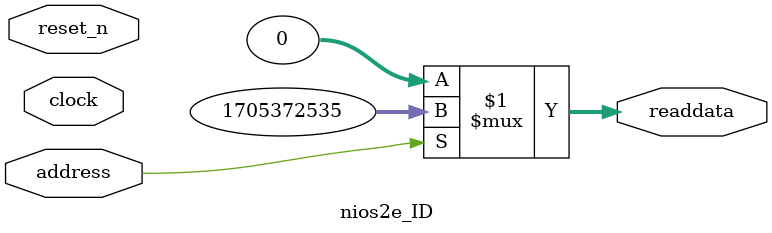
<source format=v>



// synthesis translate_off
`timescale 1ns / 1ps
// synthesis translate_on

// turn off superfluous verilog processor warnings 
// altera message_level Level1 
// altera message_off 10034 10035 10036 10037 10230 10240 10030 

module nios2e_ID (
               // inputs:
                address,
                clock,
                reset_n,

               // outputs:
                readdata
             )
;

  output  [ 31: 0] readdata;
  input            address;
  input            clock;
  input            reset_n;

  wire    [ 31: 0] readdata;
  //control_slave, which is an e_avalon_slave
  assign readdata = address ? 1705372535 : 0;

endmodule



</source>
